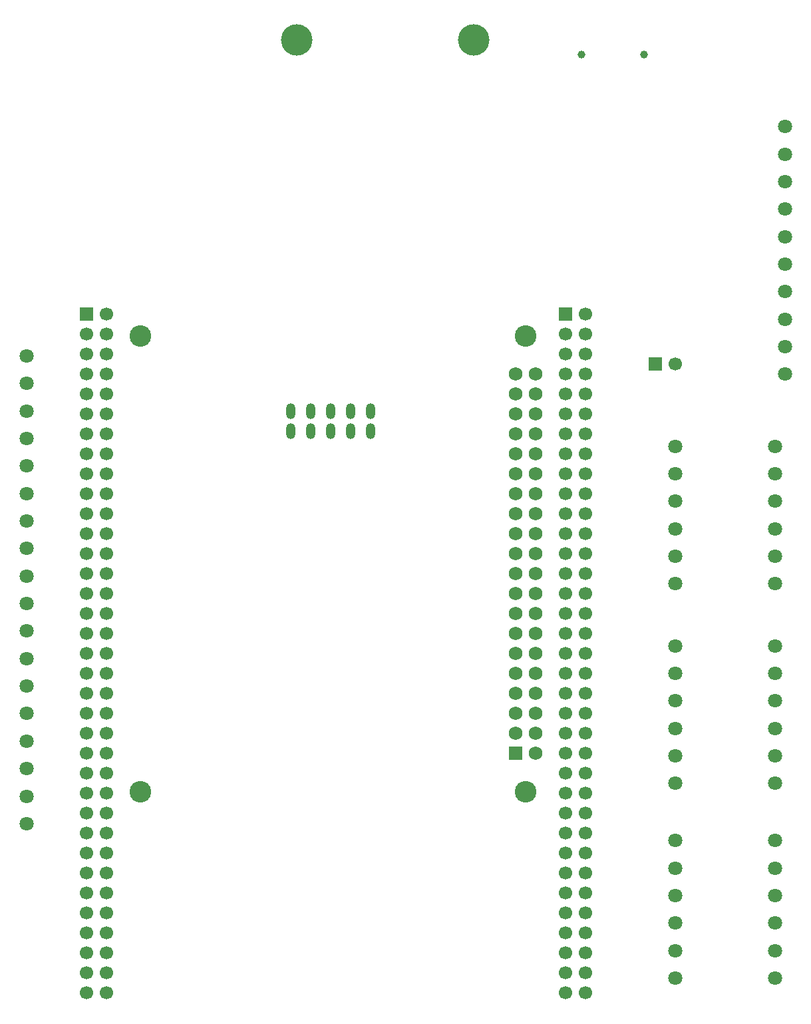
<source format=gbr>
%TF.GenerationSoftware,KiCad,Pcbnew,9.0.1*%
%TF.CreationDate,2025-10-08T20:15:02+11:00*%
%TF.ProjectId,Remora Nucleo F446ZE Hat,52656d6f-7261-4204-9e75-636c656f2046,rev?*%
%TF.SameCoordinates,Original*%
%TF.FileFunction,Soldermask,Bot*%
%TF.FilePolarity,Negative*%
%FSLAX46Y46*%
G04 Gerber Fmt 4.6, Leading zero omitted, Abs format (unit mm)*
G04 Created by KiCad (PCBNEW 9.0.1) date 2025-10-08 20:15:02*
%MOMM*%
%LPD*%
G01*
G04 APERTURE LIST*
%ADD10C,1.803400*%
%ADD11C,1.000000*%
%ADD12R,1.700000X1.700000*%
%ADD13C,1.700000*%
%ADD14C,4.000000*%
%ADD15O,1.200000X2.000000*%
%ADD16C,2.750000*%
%ADD17R,1.750000X1.750000*%
%ADD18C,1.750000*%
G04 APERTURE END LIST*
D10*
%TO.C,J14*%
X99060000Y-130855000D03*
X99060000Y-127355000D03*
X99060000Y-123855000D03*
X99060000Y-120355000D03*
X99060000Y-116855000D03*
X99060000Y-113355000D03*
X99060000Y-109855000D03*
X99060000Y-106355000D03*
X99060000Y-102855000D03*
X99060000Y-99355000D03*
X99060000Y-95855000D03*
X99060000Y-92355000D03*
X99060000Y-88855000D03*
X99060000Y-85355000D03*
X99060000Y-81855000D03*
X99060000Y-78355000D03*
X99060000Y-74855000D03*
X99060000Y-71355000D03*
%TD*%
%TO.C,J12*%
X195580000Y-73660000D03*
X195580000Y-70160000D03*
X195580000Y-66660000D03*
X195580000Y-63160000D03*
X195580000Y-59660000D03*
X195580000Y-56160000D03*
X195580000Y-52660000D03*
X195580000Y-49160000D03*
X195580000Y-45660000D03*
X195580000Y-42160000D03*
%TD*%
%TO.C,J9*%
X194310000Y-125730000D03*
X194310000Y-122230000D03*
X194310000Y-118729999D03*
X194310000Y-115229998D03*
X194310000Y-111729998D03*
X194310000Y-108229997D03*
%TD*%
%TO.C,J6*%
X181610000Y-150510002D03*
X181610000Y-147010002D03*
X181610000Y-143510001D03*
X181610000Y-140010000D03*
X181610000Y-136510000D03*
X181610000Y-133009999D03*
%TD*%
%TO.C,J7*%
X194310000Y-150510002D03*
X194310000Y-147010002D03*
X194310000Y-143510001D03*
X194310000Y-140010000D03*
X194310000Y-136510000D03*
X194310000Y-133009999D03*
%TD*%
%TO.C,J8*%
X181610000Y-125730000D03*
X181610000Y-122230000D03*
X181610000Y-118729999D03*
X181610000Y-115229998D03*
X181610000Y-111729998D03*
X181610000Y-108229997D03*
%TD*%
D11*
%TO.C,J4*%
X177672000Y-33020000D03*
X169672000Y-33020000D03*
%TD*%
D12*
%TO.C,J3*%
X179065000Y-72390000D03*
D13*
X181605000Y-72390000D03*
%TD*%
D12*
%TO.C,J1*%
X106680000Y-66040000D03*
D13*
X109220000Y-66040000D03*
X106680000Y-68580000D03*
X109220000Y-68580000D03*
X106680000Y-71120000D03*
X109220000Y-71120000D03*
X106680000Y-73660000D03*
X109220000Y-73660000D03*
X106680000Y-76200000D03*
X109220000Y-76200000D03*
X106680000Y-78740000D03*
X109220000Y-78740000D03*
X106680000Y-81280000D03*
X109220000Y-81280000D03*
X106680000Y-83820000D03*
X109220000Y-83820000D03*
X106680000Y-86360000D03*
X109220000Y-86360000D03*
X106680000Y-88900000D03*
X109220000Y-88900000D03*
X106680000Y-91440000D03*
X109220000Y-91440000D03*
X106680000Y-93980000D03*
X109220000Y-93980000D03*
X106680000Y-96520000D03*
X109220000Y-96520000D03*
X106680000Y-99060000D03*
X109220000Y-99060000D03*
X106680000Y-101600000D03*
X109220000Y-101600000D03*
X106680000Y-104140000D03*
X109220000Y-104140000D03*
X106680000Y-106680000D03*
X109220000Y-106680000D03*
X106680000Y-109220000D03*
X109220000Y-109220000D03*
X106680000Y-111760000D03*
X109220000Y-111760000D03*
X106680000Y-114300000D03*
X109220000Y-114300000D03*
X106680000Y-116840000D03*
X109220000Y-116840000D03*
X106680000Y-119380000D03*
X109220000Y-119380000D03*
X106680000Y-121920000D03*
X109220000Y-121920000D03*
X106680000Y-124460000D03*
X109220000Y-124460000D03*
X106680000Y-127000000D03*
X109220000Y-127000000D03*
X106680000Y-129540000D03*
X109220000Y-129540000D03*
X106680000Y-132080000D03*
X109220000Y-132080000D03*
X106680000Y-134620000D03*
X109220000Y-134620000D03*
X106680000Y-137160000D03*
X109220000Y-137160000D03*
X106680000Y-139700000D03*
X109220000Y-139700000D03*
X106680000Y-142240000D03*
X109220000Y-142240000D03*
X106680000Y-144780000D03*
X109220000Y-144780000D03*
X106680000Y-147320000D03*
X109220000Y-147320000D03*
X106680000Y-149860000D03*
X109220000Y-149860000D03*
X106680000Y-152400000D03*
X109220000Y-152400000D03*
%TD*%
D14*
%TO.C,U1*%
X133470000Y-31170000D03*
X155970000Y-31170000D03*
D15*
X142900000Y-78380000D03*
X140360000Y-78380000D03*
X137820000Y-78380000D03*
X135280000Y-78380000D03*
X132740000Y-78380000D03*
X132740000Y-80920000D03*
X135280000Y-80920000D03*
X137820000Y-80920000D03*
X140360000Y-80920000D03*
X142900000Y-80920000D03*
%TD*%
D10*
%TO.C,J11*%
X194310000Y-100330000D03*
X194310000Y-96830000D03*
X194310000Y-93329999D03*
X194310000Y-89829998D03*
X194310000Y-86329998D03*
X194310000Y-82829997D03*
%TD*%
D12*
%TO.C,J2*%
X167640000Y-66040000D03*
D13*
X170180000Y-66040000D03*
X167640000Y-68580000D03*
X170180000Y-68580000D03*
X167640000Y-71120000D03*
X170180000Y-71120000D03*
X167640000Y-73660000D03*
X170180000Y-73660000D03*
X167640000Y-76200000D03*
X170180000Y-76200000D03*
X167640000Y-78740000D03*
X170180000Y-78740000D03*
X167640000Y-81280000D03*
X170180000Y-81280000D03*
X167640000Y-83820000D03*
X170180000Y-83820000D03*
X167640000Y-86360000D03*
X170180000Y-86360000D03*
X167640000Y-88900000D03*
X170180000Y-88900000D03*
X167640000Y-91440000D03*
X170180000Y-91440000D03*
X167640000Y-93980000D03*
X170180000Y-93980000D03*
X167640000Y-96520000D03*
X170180000Y-96520000D03*
X167640000Y-99060000D03*
X170180000Y-99060000D03*
X167640000Y-101600000D03*
X170180000Y-101600000D03*
X167640000Y-104140000D03*
X170180000Y-104140000D03*
X167640000Y-106680000D03*
X170180000Y-106680000D03*
X167640000Y-109220000D03*
X170180000Y-109220000D03*
X167640000Y-111760000D03*
X170180000Y-111760000D03*
X167640000Y-114300000D03*
X170180000Y-114300000D03*
X167640000Y-116840000D03*
X170180000Y-116840000D03*
X167640000Y-119380000D03*
X170180000Y-119380000D03*
X167640000Y-121920000D03*
X170180000Y-121920000D03*
X167640000Y-124460000D03*
X170180000Y-124460000D03*
X167640000Y-127000000D03*
X170180000Y-127000000D03*
X167640000Y-129540000D03*
X170180000Y-129540000D03*
X167640000Y-132080000D03*
X170180000Y-132080000D03*
X167640000Y-134620000D03*
X170180000Y-134620000D03*
X167640000Y-137160000D03*
X170180000Y-137160000D03*
X167640000Y-139700000D03*
X170180000Y-139700000D03*
X167640000Y-142240000D03*
X170180000Y-142240000D03*
X167640000Y-144780000D03*
X170180000Y-144780000D03*
X167640000Y-147320000D03*
X170180000Y-147320000D03*
X167640000Y-149860000D03*
X170180000Y-149860000D03*
X167640000Y-152400000D03*
X170180000Y-152400000D03*
%TD*%
D10*
%TO.C,J10*%
X181610000Y-100330000D03*
X181610000Y-96830000D03*
X181610000Y-93329999D03*
X181610000Y-89829998D03*
X181610000Y-86329998D03*
X181610000Y-82829997D03*
%TD*%
D16*
%TO.C,RP1*%
X113560000Y-126790000D03*
X162560000Y-126790000D03*
X113560000Y-68790000D03*
X162560000Y-68790000D03*
D17*
X161290000Y-121920000D03*
D18*
X163830000Y-121920000D03*
X161290000Y-119380000D03*
X163830000Y-119380000D03*
X161290000Y-116840000D03*
X163830000Y-116840000D03*
X161290000Y-114300000D03*
X163830000Y-114300000D03*
X161290000Y-111760000D03*
X163830000Y-111760000D03*
X161290000Y-109220000D03*
X163830000Y-109220000D03*
X161290000Y-106680000D03*
X163830000Y-106680000D03*
X161290000Y-104140000D03*
X163830000Y-104140000D03*
X161290000Y-101600000D03*
X163830000Y-101600000D03*
X161290000Y-99060000D03*
X163830000Y-99060000D03*
X161290000Y-96520000D03*
X163830000Y-96520000D03*
X161290000Y-93980000D03*
X163830000Y-93980000D03*
X161290000Y-91440000D03*
X163830000Y-91440000D03*
X161290000Y-88900000D03*
X163830000Y-88900000D03*
X161290000Y-86360000D03*
X163830000Y-86360000D03*
X161290000Y-83820000D03*
X163830000Y-83820000D03*
X161290000Y-81280000D03*
X163830000Y-81280000D03*
X161290000Y-78740000D03*
X163830000Y-78740000D03*
X161290000Y-76200000D03*
X163830000Y-76200000D03*
X161290000Y-73660000D03*
X163830000Y-73660000D03*
%TD*%
M02*

</source>
